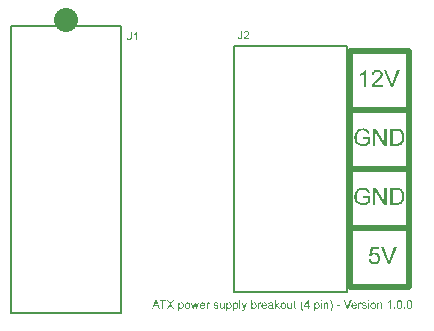
<source format=gto>
%FSLAX33Y33*%
%MOMM*%
%ADD10C,0.15*%
%ADD11C,0.5*%
%ADD12C,2.032*%
D10*
%LNtop silkscreen_traces*%
%LNtop silkscreen component a11a46aa72a432f6*%
G01*
X28800Y22925D02*
X28800Y2075D01*
X19200Y2075*
X19200Y22925*
X28800Y22925*
D11*
X34000Y7500D02*
X34000Y2500D01*
X29000Y2500*
X29000Y7500*
X34000Y7500*
X34000Y12500D02*
X34000Y7500D01*
X29000Y7500*
X29000Y12500*
X34000Y12500*
X34000Y22500D02*
X34000Y17500D01*
X29000Y17500*
X29000Y22500*
X34000Y22500*
X34000Y17500D02*
X34000Y12500D01*
X29000Y12500*
X29000Y17500*
X34000Y17500*
G36*
X19529Y23703D02*
X19614Y23715D01*
X19617Y23677D01*
X19624Y23646D01*
X19633Y23621D01*
X19645Y23603D01*
X19660Y23589D01*
X19678Y23580D01*
X19698Y23574D01*
X19721Y23572D01*
X19738Y23573D01*
X19754Y23576D01*
X19769Y23581D01*
X19782Y23589D01*
X19794Y23598D01*
X19804Y23608D01*
X19812Y23620D01*
X19818Y23633D01*
X19822Y23649D01*
X19825Y23669D01*
X19827Y23694D01*
X19828Y23723D01*
X19828Y24216D01*
X19922Y24216D01*
X19922Y23728D01*
X19921Y23686D01*
X19917Y23648D01*
X19910Y23616D01*
X19901Y23589D01*
X19888Y23566D01*
X19873Y23545D01*
X19854Y23528D01*
X19832Y23514D01*
X19807Y23502D01*
X19781Y23494D01*
X19752Y23489D01*
X19721Y23488D01*
X19677Y23491D01*
X19638Y23501D01*
X19605Y23518D01*
X19577Y23542D01*
X19555Y23572D01*
X19540Y23609D01*
X19531Y23653D01*
X19529Y23703D01*
X19529Y23703D01*
X20503Y23584D02*
X20503Y23500D01*
X20030Y23500D01*
X20031Y23516D01*
X20032Y23531D01*
X20036Y23546D01*
X20041Y23561D01*
X20051Y23585D01*
X20064Y23609D01*
X20080Y23633D01*
X20098Y23656D01*
X20121Y23681D01*
X20147Y23707D01*
X20178Y23735D01*
X20213Y23765D01*
X20267Y23810D01*
X20311Y23850D01*
X20346Y23886D01*
X20371Y23916D01*
X20389Y23944D01*
X20402Y23971D01*
X20410Y23997D01*
X20412Y24022D01*
X20410Y24047D01*
X20403Y24070D01*
X20391Y24091D01*
X20375Y24110D01*
X20355Y24126D01*
X20332Y24137D01*
X20306Y24144D01*
X20277Y24146D01*
X20247Y24144D01*
X20220Y24136D01*
X20196Y24125D01*
X20176Y24108D01*
X20159Y24087D01*
X20147Y24062D01*
X20140Y24034D01*
X20137Y24002D01*
X20047Y24012D01*
X20055Y24059D01*
X20069Y24101D01*
X20090Y24136D01*
X20117Y24166D01*
X20150Y24189D01*
X20188Y24206D01*
X20231Y24215D01*
X20279Y24219D01*
X20328Y24215D01*
X20372Y24204D01*
X20410Y24187D01*
X20442Y24162D01*
X20469Y24131D01*
X20487Y24098D01*
X20499Y24061D01*
X20502Y24020D01*
X20501Y23999D01*
X20498Y23977D01*
X20493Y23956D01*
X20485Y23936D01*
X20475Y23915D01*
X20462Y23893D01*
X20445Y23871D01*
X20427Y23848D01*
X20403Y23823D01*
X20372Y23794D01*
X20335Y23760D01*
X20291Y23722D01*
X20255Y23692D01*
X20226Y23666D01*
X20204Y23647D01*
X20189Y23632D01*
X20179Y23620D01*
X20169Y23608D01*
X20160Y23596D01*
X20152Y23584D01*
X20503Y23584D01*
X20503Y23584D01*
X30637Y4875D02*
X30821Y4891D01*
X30835Y4827D01*
X30855Y4773D01*
X30882Y4726D01*
X30916Y4688D01*
X30956Y4658D01*
X30999Y4637D01*
X31046Y4624D01*
X31097Y4620D01*
X31158Y4626D01*
X31214Y4644D01*
X31265Y4674D01*
X31311Y4716D01*
X31350Y4768D01*
X31377Y4827D01*
X31394Y4895D01*
X31399Y4970D01*
X31394Y5041D01*
X31378Y5104D01*
X31352Y5160D01*
X31315Y5207D01*
X31269Y5245D01*
X31217Y5272D01*
X31159Y5289D01*
X31094Y5294D01*
X31052Y5292D01*
X31013Y5284D01*
X30976Y5272D01*
X30940Y5255D01*
X30908Y5235D01*
X30879Y5211D01*
X30854Y5185D01*
X30833Y5155D01*
X30668Y5177D01*
X30807Y5912D01*
X31519Y5912D01*
X31519Y5744D01*
X30947Y5744D01*
X30870Y5359D01*
X30935Y5399D01*
X31002Y5427D01*
X31071Y5444D01*
X31141Y5449D01*
X31231Y5441D01*
X31313Y5417D01*
X31389Y5376D01*
X31457Y5319D01*
X31513Y5250D01*
X31554Y5171D01*
X31578Y5083D01*
X31586Y4985D01*
X31579Y4891D01*
X31558Y4804D01*
X31522Y4724D01*
X31473Y4649D01*
X31397Y4573D01*
X31310Y4519D01*
X31209Y4486D01*
X31097Y4476D01*
X31003Y4482D01*
X30919Y4503D01*
X30844Y4537D01*
X30778Y4585D01*
X30723Y4644D01*
X30681Y4712D01*
X30652Y4789D01*
X30637Y4875D01*
X30637Y4875D01*
X32229Y4500D02*
X31675Y5932D01*
X31880Y5932D01*
X32252Y4892D01*
X32273Y4830D01*
X32293Y4771D01*
X32311Y4713D01*
X32327Y4657D01*
X32344Y4716D01*
X32363Y4774D01*
X32383Y4833D01*
X32404Y4892D01*
X32791Y5932D01*
X32984Y5932D01*
X32424Y4500D01*
X32229Y4500D01*
X32229Y4500D01*
X30130Y10062D02*
X30130Y10229D01*
X30736Y10230D01*
X30736Y9699D01*
X30666Y9647D01*
X30594Y9602D01*
X30522Y9563D01*
X30448Y9532D01*
X30373Y9507D01*
X30298Y9490D01*
X30221Y9479D01*
X30143Y9476D01*
X30040Y9481D01*
X29942Y9498D01*
X29849Y9526D01*
X29760Y9566D01*
X29679Y9616D01*
X29609Y9676D01*
X29549Y9747D01*
X29500Y9827D01*
X29461Y9915D01*
X29434Y10008D01*
X29418Y10106D01*
X29412Y10209D01*
X29417Y10312D01*
X29434Y10411D01*
X29461Y10507D01*
X29499Y10599D01*
X29548Y10684D01*
X29606Y10757D01*
X29674Y10818D01*
X29751Y10868D01*
X29836Y10907D01*
X29927Y10934D01*
X30025Y10951D01*
X30129Y10956D01*
X30205Y10953D01*
X30277Y10943D01*
X30345Y10928D01*
X30410Y10906D01*
X30469Y10878D01*
X30522Y10846D01*
X30567Y10808D01*
X30606Y10766D01*
X30640Y10717D01*
X30669Y10662D01*
X30694Y10600D01*
X30715Y10531D01*
X30544Y10484D01*
X30527Y10536D01*
X30508Y10582D01*
X30487Y10622D01*
X30464Y10656D01*
X30437Y10686D01*
X30406Y10713D01*
X30369Y10736D01*
X30327Y10756D01*
X30281Y10773D01*
X30233Y10785D01*
X30183Y10792D01*
X30130Y10794D01*
X30067Y10791D01*
X30009Y10784D01*
X29955Y10772D01*
X29905Y10754D01*
X29860Y10733D01*
X29820Y10709D01*
X29784Y10681D01*
X29752Y10650D01*
X29725Y10617D01*
X29701Y10583D01*
X29680Y10547D01*
X29662Y10509D01*
X29638Y10441D01*
X29621Y10370D01*
X29611Y10297D01*
X29607Y10221D01*
X29611Y10129D01*
X29624Y10045D01*
X29644Y9969D01*
X29673Y9900D01*
X29710Y9840D01*
X29754Y9788D01*
X29806Y9744D01*
X29865Y9709D01*
X29929Y9682D01*
X29995Y9662D01*
X30063Y9650D01*
X30133Y9646D01*
X30194Y9649D01*
X30254Y9658D01*
X30314Y9673D01*
X30373Y9694D01*
X30428Y9718D01*
X30476Y9743D01*
X30517Y9768D01*
X30551Y9795D01*
X30551Y10062D01*
X30130Y10062D01*
X30130Y10062D01*
X31014Y9500D02*
X31014Y10932D01*
X31208Y10932D01*
X31960Y9808D01*
X31960Y10932D01*
X32142Y10932D01*
X32142Y9500D01*
X31947Y9500D01*
X31195Y10625D01*
X31195Y9500D01*
X31014Y9500D01*
X31014Y9500D01*
X32460Y9500D02*
X32460Y10932D01*
X32950Y10932D01*
X32950Y10763D01*
X32649Y10763D01*
X32649Y9669D01*
X32649Y9669D01*
X32955Y9669D01*
X33022Y9671D01*
X33081Y9676D01*
X33133Y9684D01*
X33177Y9695D01*
X33215Y9710D01*
X33250Y9727D01*
X33280Y9747D01*
X33306Y9770D01*
X33337Y9806D01*
X33366Y9849D01*
X33390Y9897D01*
X33411Y9951D01*
X33427Y10011D01*
X33439Y10077D01*
X33446Y10149D01*
X33448Y10227D01*
X33444Y10332D01*
X33430Y10425D01*
X33407Y10505D01*
X33374Y10572D01*
X33336Y10627D01*
X33293Y10672D01*
X33246Y10708D01*
X33195Y10733D01*
X33151Y10746D01*
X33096Y10755D01*
X33029Y10761D01*
X32950Y10763D01*
X32950Y10932D01*
X32953Y10932D01*
X33032Y10930D01*
X33100Y10927D01*
X33159Y10920D01*
X33208Y10911D01*
X33267Y10894D01*
X33322Y10871D01*
X33372Y10843D01*
X33418Y10809D01*
X33471Y10757D01*
X33517Y10700D01*
X33556Y10635D01*
X33587Y10564D01*
X33612Y10487D01*
X33630Y10404D01*
X33640Y10317D01*
X33644Y10224D01*
X33641Y10144D01*
X33634Y10070D01*
X33622Y10000D01*
X33605Y9935D01*
X33585Y9874D01*
X33562Y9819D01*
X33536Y9770D01*
X33508Y9726D01*
X33477Y9687D01*
X33445Y9652D01*
X33412Y9622D01*
X33377Y9596D01*
X33340Y9574D01*
X33299Y9555D01*
X33255Y9538D01*
X33207Y9524D01*
X33155Y9514D01*
X33099Y9506D01*
X33040Y9502D01*
X32977Y9500D01*
X32460Y9500D01*
X32460Y9500D01*
X30130Y15062D02*
X30130Y15229D01*
X30736Y15230D01*
X30736Y14699D01*
X30666Y14647D01*
X30594Y14602D01*
X30522Y14563D01*
X30448Y14532D01*
X30373Y14507D01*
X30298Y14490D01*
X30221Y14479D01*
X30143Y14476D01*
X30040Y14481D01*
X29942Y14498D01*
X29849Y14526D01*
X29760Y14566D01*
X29679Y14616D01*
X29609Y14676D01*
X29549Y14747D01*
X29500Y14827D01*
X29461Y14915D01*
X29434Y15008D01*
X29418Y15106D01*
X29412Y15209D01*
X29417Y15312D01*
X29434Y15411D01*
X29461Y15507D01*
X29499Y15599D01*
X29548Y15684D01*
X29606Y15757D01*
X29674Y15818D01*
X29751Y15868D01*
X29836Y15907D01*
X29927Y15934D01*
X30025Y15951D01*
X30129Y15956D01*
X30205Y15953D01*
X30277Y15943D01*
X30345Y15928D01*
X30410Y15906D01*
X30469Y15878D01*
X30522Y15846D01*
X30567Y15808D01*
X30606Y15766D01*
X30640Y15717D01*
X30669Y15662D01*
X30694Y15600D01*
X30715Y15531D01*
X30544Y15484D01*
X30527Y15536D01*
X30508Y15582D01*
X30487Y15622D01*
X30464Y15656D01*
X30437Y15686D01*
X30406Y15713D01*
X30369Y15736D01*
X30327Y15756D01*
X30281Y15773D01*
X30233Y15785D01*
X30183Y15792D01*
X30130Y15794D01*
X30067Y15791D01*
X30009Y15784D01*
X29955Y15772D01*
X29905Y15754D01*
X29860Y15733D01*
X29820Y15709D01*
X29784Y15681D01*
X29752Y15650D01*
X29725Y15617D01*
X29701Y15583D01*
X29680Y15547D01*
X29662Y15509D01*
X29638Y15441D01*
X29621Y15370D01*
X29611Y15297D01*
X29607Y15221D01*
X29611Y15129D01*
X29624Y15045D01*
X29644Y14969D01*
X29673Y14900D01*
X29710Y14840D01*
X29754Y14788D01*
X29806Y14744D01*
X29865Y14709D01*
X29929Y14682D01*
X29995Y14662D01*
X30063Y14650D01*
X30133Y14646D01*
X30194Y14649D01*
X30254Y14658D01*
X30314Y14673D01*
X30373Y14694D01*
X30428Y14718D01*
X30476Y14743D01*
X30517Y14768D01*
X30551Y14795D01*
X30551Y15062D01*
X30130Y15062D01*
X30130Y15062D01*
X31014Y14500D02*
X31014Y15932D01*
X31208Y15932D01*
X31960Y14808D01*
X31960Y15932D01*
X32142Y15932D01*
X32142Y14500D01*
X31947Y14500D01*
X31195Y15625D01*
X31195Y14500D01*
X31014Y14500D01*
X31014Y14500D01*
X32460Y14500D02*
X32460Y15932D01*
X32950Y15932D01*
X32950Y15763D01*
X32649Y15763D01*
X32649Y14669D01*
X32649Y14669D01*
X32955Y14669D01*
X33022Y14671D01*
X33081Y14676D01*
X33133Y14684D01*
X33177Y14695D01*
X33215Y14710D01*
X33250Y14727D01*
X33280Y14747D01*
X33306Y14770D01*
X33337Y14806D01*
X33366Y14849D01*
X33390Y14897D01*
X33411Y14951D01*
X33427Y15011D01*
X33439Y15077D01*
X33446Y15149D01*
X33448Y15227D01*
X33444Y15332D01*
X33430Y15425D01*
X33407Y15505D01*
X33374Y15572D01*
X33336Y15627D01*
X33293Y15672D01*
X33246Y15708D01*
X33195Y15733D01*
X33151Y15746D01*
X33096Y15755D01*
X33029Y15761D01*
X32950Y15763D01*
X32950Y15932D01*
X32953Y15932D01*
X33032Y15930D01*
X33100Y15927D01*
X33159Y15920D01*
X33208Y15911D01*
X33267Y15894D01*
X33322Y15871D01*
X33372Y15843D01*
X33418Y15809D01*
X33471Y15757D01*
X33517Y15700D01*
X33556Y15635D01*
X33587Y15564D01*
X33612Y15487D01*
X33630Y15404D01*
X33640Y15317D01*
X33644Y15224D01*
X33641Y15144D01*
X33634Y15070D01*
X33622Y15000D01*
X33605Y14935D01*
X33585Y14874D01*
X33562Y14819D01*
X33536Y14770D01*
X33508Y14726D01*
X33477Y14687D01*
X33445Y14652D01*
X33412Y14622D01*
X33377Y14596D01*
X33340Y14574D01*
X33299Y14555D01*
X33255Y14538D01*
X33207Y14524D01*
X33155Y14514D01*
X33099Y14506D01*
X33040Y14502D01*
X32977Y14500D01*
X32460Y14500D01*
X32460Y14500D01*
X30436Y19500D02*
X30261Y19500D01*
X30261Y20620D01*
X30226Y20590D01*
X30187Y20560D01*
X30143Y20529D01*
X30094Y20499D01*
X30044Y20471D01*
X29996Y20446D01*
X29951Y20425D01*
X29909Y20408D01*
X29909Y20578D01*
X29981Y20615D01*
X30047Y20655D01*
X30109Y20699D01*
X30167Y20746D01*
X30218Y20795D01*
X30261Y20843D01*
X30296Y20891D01*
X30323Y20938D01*
X30436Y20938D01*
X30436Y19500D01*
X30436Y19500D01*
X31811Y19669D02*
X31811Y19500D01*
X30864Y19500D01*
X30865Y19531D01*
X30868Y19562D01*
X30875Y19592D01*
X30885Y19622D01*
X30906Y19670D01*
X30932Y19718D01*
X30963Y19765D01*
X31000Y19813D01*
X31045Y19861D01*
X31098Y19914D01*
X31160Y19970D01*
X31230Y20029D01*
X31338Y20120D01*
X31426Y20201D01*
X31495Y20272D01*
X31546Y20333D01*
X31582Y20388D01*
X31607Y20441D01*
X31623Y20493D01*
X31628Y20544D01*
X31623Y20594D01*
X31609Y20640D01*
X31586Y20682D01*
X31553Y20720D01*
X31513Y20752D01*
X31467Y20774D01*
X31416Y20788D01*
X31358Y20792D01*
X31298Y20787D01*
X31244Y20773D01*
X31196Y20749D01*
X31155Y20716D01*
X31122Y20674D01*
X31098Y20625D01*
X31083Y20569D01*
X31078Y20505D01*
X30897Y20523D01*
X30913Y20619D01*
X30942Y20702D01*
X30983Y20773D01*
X31037Y20832D01*
X31103Y20878D01*
X31179Y20911D01*
X31265Y20931D01*
X31362Y20938D01*
X31460Y20930D01*
X31547Y20909D01*
X31623Y20873D01*
X31688Y20823D01*
X31741Y20763D01*
X31779Y20695D01*
X31801Y20621D01*
X31809Y20540D01*
X31806Y20497D01*
X31800Y20455D01*
X31789Y20413D01*
X31773Y20371D01*
X31753Y20329D01*
X31727Y20286D01*
X31695Y20242D01*
X31657Y20196D01*
X31609Y20146D01*
X31548Y20087D01*
X31474Y20020D01*
X31386Y19944D01*
X31314Y19883D01*
X31256Y19833D01*
X31212Y19793D01*
X31183Y19764D01*
X31161Y19740D01*
X31142Y19717D01*
X31124Y19693D01*
X31108Y19669D01*
X31811Y19669D01*
X31811Y19669D01*
X32479Y19500D02*
X31925Y20932D01*
X32130Y20932D01*
X32502Y19892D01*
X32523Y19830D01*
X32543Y19771D01*
X32561Y19713D01*
X32577Y19657D01*
X32594Y19716D01*
X32613Y19774D01*
X32633Y19833D01*
X32654Y19892D01*
X33041Y20932D01*
X33234Y20932D01*
X32674Y19500D01*
X32479Y19500D01*
X32479Y19500D01*
G37*
%LNtop silkscreen component f0fb2731934dc838*%
D10*
X0360Y24630D02*
X9640Y24630D01*
X0360Y24630D02*
X0360Y0370D01*
X9640Y0370*
X9640Y24630*
D12*
X5000Y25146D03*
G36*
X10161Y23633D02*
X10246Y23645D01*
X10249Y23607D01*
X10256Y23576D01*
X10265Y23551D01*
X10277Y23533D01*
X10292Y23519D01*
X10310Y23510D01*
X10330Y23504D01*
X10353Y23502D01*
X10370Y23503D01*
X10386Y23506D01*
X10401Y23511D01*
X10414Y23519D01*
X10426Y23528D01*
X10436Y23538D01*
X10444Y23550D01*
X10450Y23563D01*
X10454Y23579D01*
X10457Y23599D01*
X10459Y23624D01*
X10460Y23653D01*
X10460Y24146D01*
X10554Y24146D01*
X10554Y23658D01*
X10553Y23616D01*
X10549Y23578D01*
X10542Y23546D01*
X10533Y23519D01*
X10520Y23496D01*
X10504Y23475D01*
X10486Y23458D01*
X10464Y23444D01*
X10439Y23432D01*
X10412Y23424D01*
X10384Y23419D01*
X10353Y23418D01*
X10309Y23421D01*
X10270Y23431D01*
X10237Y23448D01*
X10209Y23472D01*
X10187Y23502D01*
X10172Y23539D01*
X10163Y23583D01*
X10161Y23633D01*
X10161Y23633D01*
X11004Y23430D02*
X10917Y23430D01*
X10917Y23990D01*
X10899Y23975D01*
X10880Y23960D01*
X10858Y23945D01*
X10833Y23930D01*
X10808Y23915D01*
X10784Y23903D01*
X10762Y23893D01*
X10741Y23884D01*
X10741Y23969D01*
X10777Y23987D01*
X10810Y24007D01*
X10841Y24029D01*
X10870Y24053D01*
X10895Y24078D01*
X10917Y24102D01*
X10934Y24125D01*
X10948Y24149D01*
X11004Y24149D01*
X11004Y23430D01*
X11004Y23430D01*
G37*
%LNtext*%
G36*
X12299Y0700D02*
X12555Y1367D01*
X12622Y1341D01*
X12615Y1306D01*
X12606Y1272D01*
X12595Y1238D01*
X12584Y1204D01*
X12505Y0994D01*
X12505Y0994D01*
X12748Y0994D01*
X12673Y1192D01*
X12657Y1235D01*
X12643Y1274D01*
X12632Y1310D01*
X12622Y1341D01*
X12555Y1367D01*
X12573Y1416D01*
X12675Y1416D01*
X12968Y0700D01*
X12861Y0700D01*
X12777Y0917D01*
X12478Y0917D01*
X12399Y0700D01*
X12299Y0700D01*
X12299Y0700D01*
X13152Y0700D02*
X13152Y1331D01*
X12916Y1331D01*
X12916Y1416D01*
X13484Y1416D01*
X13484Y1331D01*
X13247Y1331D01*
X13247Y0700D01*
X13152Y0700D01*
X13152Y0700D01*
X13508Y0700D02*
X13785Y1073D01*
X13541Y1416D01*
X13653Y1416D01*
X13783Y1232D01*
X13802Y1205D01*
X13818Y1182D01*
X13831Y1161D01*
X13841Y1144D01*
X13853Y1164D01*
X13867Y1184D01*
X13882Y1205D01*
X13898Y1226D01*
X14042Y1416D01*
X14145Y1416D01*
X13893Y1078D01*
X14164Y0700D01*
X14047Y0700D01*
X13867Y0955D01*
X13859Y0967D01*
X13851Y0978D01*
X13844Y0991D01*
X13836Y1003D01*
X13825Y0985D01*
X13815Y0970D01*
X13807Y0958D01*
X13801Y0950D01*
X13622Y0700D01*
X13508Y0700D01*
X13508Y0700D01*
X14514Y0501D02*
X14514Y1219D01*
X14594Y1219D01*
X14594Y1151D01*
X14637Y1109D01*
X14637Y1109D01*
X14618Y1080D01*
X14605Y1045D01*
X14597Y1003D01*
X14594Y0956D01*
X14594Y0956D01*
X14596Y0910D01*
X14604Y0869D01*
X14617Y0836D01*
X14634Y0808D01*
X14656Y0787D01*
X14679Y0773D01*
X14705Y0764D01*
X14733Y0761D01*
X14761Y0764D01*
X14787Y0773D01*
X14811Y0788D01*
X14833Y0810D01*
X14851Y0838D01*
X14864Y0873D01*
X14872Y0915D01*
X14875Y0964D01*
X14872Y1010D01*
X14864Y1050D01*
X14852Y1084D01*
X14834Y1112D01*
X14813Y1134D01*
X14789Y1149D01*
X14764Y1158D01*
X14737Y1161D01*
X14709Y1158D01*
X14684Y1148D01*
X14660Y1132D01*
X14637Y1109D01*
X14594Y1151D01*
X14609Y1170D01*
X14625Y1186D01*
X14641Y1199D01*
X14658Y1210D01*
X14677Y1219D01*
X14698Y1225D01*
X14720Y1229D01*
X14745Y1230D01*
X14777Y1228D01*
X14807Y1222D01*
X14836Y1211D01*
X14862Y1196D01*
X14886Y1177D01*
X14907Y1155D01*
X14924Y1129D01*
X14939Y1100D01*
X14950Y1068D01*
X14958Y1034D01*
X14963Y1000D01*
X14965Y0963D01*
X14963Y0924D01*
X14957Y0888D01*
X14948Y0853D01*
X14936Y0820D01*
X14920Y0790D01*
X14901Y0764D01*
X14879Y0741D01*
X14853Y0722D01*
X14825Y0707D01*
X14797Y0697D01*
X14768Y0690D01*
X14738Y0688D01*
X14717Y0689D01*
X14697Y0693D01*
X14678Y0699D01*
X14660Y0707D01*
X14643Y0717D01*
X14628Y0728D01*
X14614Y0740D01*
X14602Y0754D01*
X14602Y0501D01*
X14514Y0501D01*
X14514Y0501D01*
X15038Y0959D02*
X15043Y1027D01*
X15058Y1085D01*
X15083Y1133D01*
X15118Y1173D01*
X15153Y1198D01*
X15192Y1216D01*
X15235Y1227D01*
X15281Y1230D01*
X15332Y1226D01*
X15378Y1213D01*
X15419Y1191D01*
X15456Y1160D01*
X15485Y1122D01*
X15507Y1077D01*
X15519Y1025D01*
X15524Y0967D01*
X15522Y0919D01*
X15516Y0877D01*
X15507Y0840D01*
X15494Y0809D01*
X15477Y0782D01*
X15457Y0758D01*
X15433Y0737D01*
X15406Y0720D01*
X15377Y0706D01*
X15346Y0696D01*
X15314Y0690D01*
X15281Y0688D01*
X15275Y0689D01*
X15281Y0761D01*
X15312Y0764D01*
X15341Y0773D01*
X15367Y0789D01*
X15390Y0810D01*
X15409Y0839D01*
X15422Y0873D01*
X15431Y0914D01*
X15433Y0962D01*
X15431Y1007D01*
X15422Y1047D01*
X15409Y1080D01*
X15390Y1108D01*
X15366Y1130D01*
X15341Y1145D01*
X15312Y1154D01*
X15281Y1158D01*
X15249Y1154D01*
X15221Y1145D01*
X15195Y1130D01*
X15172Y1108D01*
X15153Y1080D01*
X15139Y1046D01*
X15131Y1006D01*
X15128Y0959D01*
X15128Y0959D01*
X15131Y0913D01*
X15139Y0872D01*
X15153Y0838D01*
X15172Y0810D01*
X15195Y0788D01*
X15221Y0773D01*
X15249Y0764D01*
X15281Y0761D01*
X15275Y0689D01*
X15229Y0693D01*
X15182Y0706D01*
X15141Y0728D01*
X15105Y0758D01*
X15076Y0797D01*
X15055Y0843D01*
X15042Y0897D01*
X15038Y0959D01*
X15038Y0959D01*
X15722Y0700D02*
X15564Y1219D01*
X15654Y1219D01*
X15737Y0919D01*
X15768Y0808D01*
X15770Y0818D01*
X15775Y0839D01*
X15784Y0871D01*
X15795Y0915D01*
X15877Y1219D01*
X15967Y1219D01*
X16045Y0918D01*
X16071Y0819D01*
X16101Y0919D01*
X16190Y1219D01*
X16275Y1219D01*
X16113Y0700D01*
X16022Y0700D01*
X15939Y1011D01*
X15919Y1099D01*
X15814Y0700D01*
X15722Y0700D01*
X15722Y0700D01*
X16704Y0867D02*
X16795Y0856D01*
X16782Y0818D01*
X16764Y0785D01*
X16742Y0756D01*
X16715Y0732D01*
X16684Y0713D01*
X16649Y0699D01*
X16610Y0691D01*
X16567Y0688D01*
X16513Y0693D01*
X16465Y0706D01*
X16422Y0728D01*
X16386Y0758D01*
X16357Y0797D01*
X16336Y0843D01*
X16324Y0895D01*
X16320Y0955D01*
X16324Y1017D01*
X16336Y1071D01*
X16357Y1118D01*
X16387Y1158D01*
X16423Y1190D01*
X16464Y1212D01*
X16511Y1226D01*
X16562Y1230D01*
X16569Y1230D01*
X16563Y1158D01*
X16534Y1155D01*
X16507Y1148D01*
X16483Y1135D01*
X16461Y1117D01*
X16443Y1096D01*
X16429Y1070D01*
X16420Y1041D01*
X16415Y1009D01*
X16415Y1009D01*
X16705Y1009D01*
X16701Y1040D01*
X16694Y1066D01*
X16684Y1089D01*
X16672Y1107D01*
X16649Y1129D01*
X16623Y1145D01*
X16595Y1155D01*
X16563Y1158D01*
X16569Y1230D01*
X16611Y1226D01*
X16656Y1213D01*
X16696Y1190D01*
X16732Y1159D01*
X16760Y1120D01*
X16781Y1074D01*
X16793Y1021D01*
X16798Y0960D01*
X16798Y0956D01*
X16797Y0950D01*
X16797Y0944D01*
X16797Y0937D01*
X16410Y0937D01*
X16415Y0897D01*
X16425Y0861D01*
X16439Y0831D01*
X16459Y0806D01*
X16482Y0786D01*
X16508Y0772D01*
X16536Y0763D01*
X16567Y0761D01*
X16590Y0762D01*
X16612Y0767D01*
X16632Y0775D01*
X16650Y0786D01*
X16666Y0801D01*
X16680Y0819D01*
X16693Y0841D01*
X16704Y0867D01*
X16704Y0867D01*
X16904Y0700D02*
X16904Y1219D01*
X16983Y1219D01*
X16983Y1140D01*
X16998Y1165D01*
X17012Y1186D01*
X17026Y1202D01*
X17039Y1213D01*
X17052Y1220D01*
X17066Y1226D01*
X17080Y1229D01*
X17095Y1230D01*
X17118Y1229D01*
X17140Y1223D01*
X17163Y1214D01*
X17186Y1202D01*
X17155Y1120D01*
X17139Y1129D01*
X17123Y1135D01*
X17107Y1138D01*
X17091Y1139D01*
X17077Y1138D01*
X17064Y1135D01*
X17051Y1130D01*
X17039Y1122D01*
X17029Y1113D01*
X17020Y1101D01*
X17012Y1089D01*
X17007Y1074D01*
X17000Y1050D01*
X16996Y1025D01*
X16993Y0999D01*
X16992Y0971D01*
X16992Y0700D01*
X16904Y0700D01*
X16904Y0700D01*
X17481Y0855D02*
X17568Y0868D01*
X17573Y0844D01*
X17581Y0822D01*
X17593Y0804D01*
X17608Y0788D01*
X17627Y0776D01*
X17648Y0768D01*
X17673Y0762D01*
X17702Y0761D01*
X17730Y0762D01*
X17755Y0767D01*
X17775Y0774D01*
X17792Y0785D01*
X17805Y0798D01*
X17814Y0812D01*
X17819Y0827D01*
X17821Y0843D01*
X17819Y0857D01*
X17815Y0870D01*
X17806Y0881D01*
X17795Y0890D01*
X17783Y0896D01*
X17764Y0903D01*
X17738Y0911D01*
X17705Y0920D01*
X17661Y0932D01*
X17623Y0942D01*
X17594Y0953D01*
X17571Y0962D01*
X17554Y0972D01*
X17538Y0983D01*
X17525Y0996D01*
X17515Y1011D01*
X17506Y1027D01*
X17500Y1044D01*
X17497Y1062D01*
X17495Y1081D01*
X17496Y1098D01*
X17499Y1114D01*
X17504Y1130D01*
X17511Y1145D01*
X17520Y1159D01*
X17530Y1172D01*
X17541Y1184D01*
X17554Y1194D01*
X17566Y1201D01*
X17579Y1208D01*
X17594Y1214D01*
X17610Y1220D01*
X17628Y1224D01*
X17647Y1228D01*
X17666Y1230D01*
X17686Y1230D01*
X17716Y1229D01*
X17744Y1226D01*
X17769Y1220D01*
X17793Y1213D01*
X17815Y1203D01*
X17833Y1192D01*
X17849Y1179D01*
X17862Y1165D01*
X17872Y1149D01*
X17880Y1130D01*
X17887Y1109D01*
X17892Y1085D01*
X17806Y1073D01*
X17802Y1092D01*
X17794Y1109D01*
X17785Y1123D01*
X17772Y1136D01*
X17756Y1145D01*
X17738Y1152D01*
X17717Y1157D01*
X17693Y1158D01*
X17664Y1157D01*
X17641Y1153D01*
X17621Y1147D01*
X17606Y1138D01*
X17595Y1128D01*
X17587Y1116D01*
X17582Y1104D01*
X17580Y1091D01*
X17581Y1083D01*
X17583Y1075D01*
X17586Y1067D01*
X17591Y1060D01*
X17597Y1054D01*
X17605Y1047D01*
X17614Y1042D01*
X17625Y1037D01*
X17634Y1034D01*
X17651Y1029D01*
X17673Y1022D01*
X17702Y1014D01*
X17745Y1003D01*
X17781Y0992D01*
X17810Y0982D01*
X17832Y0974D01*
X17850Y0965D01*
X17865Y0954D01*
X17879Y0942D01*
X17890Y0928D01*
X17900Y0911D01*
X17906Y0894D01*
X17910Y0874D01*
X17911Y0852D01*
X17910Y0831D01*
X17905Y0810D01*
X17897Y0789D01*
X17886Y0770D01*
X17871Y0751D01*
X17854Y0735D01*
X17834Y0721D01*
X17812Y0710D01*
X17787Y0700D01*
X17760Y0694D01*
X17732Y0690D01*
X17702Y0688D01*
X17655Y0691D01*
X17613Y0699D01*
X17578Y0712D01*
X17548Y0730D01*
X17524Y0754D01*
X17505Y0782D01*
X17490Y0816D01*
X17481Y0855D01*
X17481Y0855D01*
X18356Y0700D02*
X18356Y0776D01*
X18323Y0738D01*
X18284Y0710D01*
X18240Y0694D01*
X18191Y0688D01*
X18169Y0689D01*
X18147Y0693D01*
X18126Y0698D01*
X18105Y0706D01*
X18087Y0715D01*
X18071Y0726D01*
X18057Y0737D01*
X18046Y0750D01*
X18037Y0764D01*
X18030Y0780D01*
X18024Y0797D01*
X18019Y0815D01*
X18017Y0830D01*
X18015Y0849D01*
X18014Y0871D01*
X18014Y0897D01*
X18014Y1219D01*
X18102Y1219D01*
X18102Y0931D01*
X18102Y0899D01*
X18103Y0873D01*
X18105Y0853D01*
X18107Y0838D01*
X18112Y0822D01*
X18120Y0807D01*
X18130Y0795D01*
X18142Y0784D01*
X18157Y0775D01*
X18172Y0769D01*
X18190Y0765D01*
X18209Y0764D01*
X18228Y0765D01*
X18247Y0769D01*
X18265Y0775D01*
X18283Y0784D01*
X18299Y0795D01*
X18313Y0808D01*
X18324Y0823D01*
X18332Y0839D01*
X18338Y0859D01*
X18343Y0882D01*
X18346Y0909D01*
X18346Y0941D01*
X18346Y1219D01*
X18434Y1219D01*
X18434Y0700D01*
X18356Y0700D01*
X18356Y0700D01*
X18572Y0501D02*
X18572Y1219D01*
X18652Y1219D01*
X18652Y1151D01*
X18695Y1109D01*
X18695Y1109D01*
X18676Y1080D01*
X18662Y1045D01*
X18654Y1003D01*
X18652Y0956D01*
X18652Y0956D01*
X18654Y0910D01*
X18662Y0869D01*
X18674Y0836D01*
X18692Y0808D01*
X18713Y0787D01*
X18737Y0773D01*
X18763Y0764D01*
X18790Y0761D01*
X18819Y0764D01*
X18845Y0773D01*
X18869Y0788D01*
X18891Y0810D01*
X18909Y0838D01*
X18922Y0873D01*
X18930Y0915D01*
X18932Y0964D01*
X18930Y1010D01*
X18922Y1050D01*
X18909Y1084D01*
X18892Y1112D01*
X18870Y1134D01*
X18847Y1149D01*
X18821Y1158D01*
X18794Y1161D01*
X18767Y1158D01*
X18741Y1148D01*
X18717Y1132D01*
X18695Y1109D01*
X18652Y1151D01*
X18667Y1170D01*
X18682Y1186D01*
X18699Y1199D01*
X18716Y1210D01*
X18735Y1219D01*
X18755Y1225D01*
X18778Y1229D01*
X18802Y1230D01*
X18835Y1228D01*
X18865Y1222D01*
X18893Y1211D01*
X18920Y1196D01*
X18943Y1177D01*
X18964Y1155D01*
X18982Y1129D01*
X18996Y1100D01*
X19008Y1068D01*
X19016Y1034D01*
X19021Y1000D01*
X19022Y0963D01*
X19020Y0924D01*
X19015Y0888D01*
X19006Y0853D01*
X18994Y0820D01*
X18978Y0790D01*
X18959Y0764D01*
X18936Y0741D01*
X18911Y0722D01*
X18883Y0707D01*
X18855Y0697D01*
X18826Y0690D01*
X18796Y0688D01*
X18775Y0689D01*
X18754Y0693D01*
X18735Y0699D01*
X18717Y0707D01*
X18701Y0717D01*
X18685Y0728D01*
X18672Y0740D01*
X18660Y0754D01*
X18660Y0501D01*
X18572Y0501D01*
X18572Y0501D01*
X19128Y0501D02*
X19128Y1219D01*
X19208Y1219D01*
X19208Y1151D01*
X19251Y1109D01*
X19251Y1109D01*
X19232Y1080D01*
X19219Y1045D01*
X19210Y1003D01*
X19208Y0956D01*
X19208Y0956D01*
X19210Y0910D01*
X19218Y0869D01*
X19231Y0836D01*
X19248Y0808D01*
X19270Y0787D01*
X19293Y0773D01*
X19319Y0764D01*
X19346Y0761D01*
X19375Y0764D01*
X19401Y0773D01*
X19425Y0788D01*
X19447Y0810D01*
X19465Y0838D01*
X19478Y0873D01*
X19486Y0915D01*
X19489Y0964D01*
X19486Y1010D01*
X19478Y1050D01*
X19466Y1084D01*
X19448Y1112D01*
X19426Y1134D01*
X19403Y1149D01*
X19378Y1158D01*
X19350Y1161D01*
X19323Y1158D01*
X19297Y1148D01*
X19273Y1132D01*
X19251Y1109D01*
X19208Y1151D01*
X19223Y1170D01*
X19238Y1186D01*
X19255Y1199D01*
X19272Y1210D01*
X19291Y1219D01*
X19312Y1225D01*
X19334Y1229D01*
X19359Y1230D01*
X19391Y1228D01*
X19421Y1222D01*
X19449Y1211D01*
X19476Y1196D01*
X19500Y1177D01*
X19520Y1155D01*
X19538Y1129D01*
X19552Y1100D01*
X19564Y1068D01*
X19572Y1034D01*
X19577Y1000D01*
X19578Y0963D01*
X19577Y0924D01*
X19571Y0888D01*
X19562Y0853D01*
X19550Y0820D01*
X19534Y0790D01*
X19515Y0764D01*
X19492Y0741D01*
X19467Y0722D01*
X19439Y0707D01*
X19411Y0697D01*
X19382Y0690D01*
X19352Y0688D01*
X19331Y0689D01*
X19311Y0693D01*
X19291Y0699D01*
X19273Y0707D01*
X19257Y0717D01*
X19242Y0728D01*
X19228Y0740D01*
X19216Y0754D01*
X19216Y0501D01*
X19128Y0501D01*
X19128Y0501D01*
X19682Y0700D02*
X19682Y1416D01*
X19770Y1416D01*
X19770Y0700D01*
X19682Y0700D01*
X19682Y0700D01*
X19903Y0500D02*
X19893Y0583D01*
X19907Y0579D01*
X19920Y0577D01*
X19932Y0575D01*
X19943Y0575D01*
X19957Y0576D01*
X19969Y0577D01*
X19980Y0580D01*
X19990Y0585D01*
X19998Y0590D01*
X20006Y0596D01*
X20013Y0604D01*
X20019Y0612D01*
X20024Y0621D01*
X20030Y0635D01*
X20037Y0654D01*
X20046Y0678D01*
X20047Y0682D01*
X20049Y0687D01*
X20051Y0692D01*
X20053Y0699D01*
X19857Y1219D01*
X19951Y1219D01*
X20059Y0918D01*
X20070Y0889D01*
X20079Y0860D01*
X20088Y0829D01*
X20097Y0798D01*
X20105Y0828D01*
X20113Y0858D01*
X20123Y0887D01*
X20133Y0916D01*
X20244Y1219D01*
X20332Y1219D01*
X20134Y0691D01*
X20120Y0652D01*
X20106Y0619D01*
X20095Y0593D01*
X20085Y0574D01*
X20073Y0553D01*
X20060Y0536D01*
X20046Y0521D01*
X20031Y0510D01*
X20016Y0501D01*
X19998Y0495D01*
X19979Y0491D01*
X19959Y0490D01*
X19946Y0490D01*
X19932Y0492D01*
X19918Y0496D01*
X19903Y0500D01*
X19903Y0500D01*
X20765Y0700D02*
X20684Y0700D01*
X20684Y1416D01*
X20772Y1416D01*
X20772Y1160D01*
X20801Y1191D01*
X20835Y1213D01*
X20873Y1226D01*
X20914Y1230D01*
X20937Y1229D01*
X20960Y1225D01*
X20983Y1219D01*
X21004Y1211D01*
X21025Y1200D01*
X21043Y1188D01*
X21060Y1173D01*
X21075Y1157D01*
X21088Y1138D01*
X21099Y1118D01*
X21109Y1096D01*
X21118Y1073D01*
X21125Y1047D01*
X21130Y1022D01*
X21133Y0995D01*
X21134Y0967D01*
X21129Y0904D01*
X21117Y0849D01*
X21096Y0801D01*
X21068Y0761D01*
X21033Y0729D01*
X20995Y0706D01*
X20954Y0693D01*
X20909Y0688D01*
X20866Y0693D01*
X20828Y0707D01*
X20794Y0731D01*
X20768Y0761D01*
X20812Y0799D01*
X20839Y0778D01*
X20869Y0765D01*
X20902Y0761D01*
X20930Y0764D01*
X20956Y0773D01*
X20980Y0789D01*
X21002Y0811D01*
X21020Y0839D01*
X21033Y0873D01*
X21041Y0913D01*
X21044Y0960D01*
X21041Y1007D01*
X21034Y1048D01*
X21021Y1082D01*
X21003Y1110D01*
X20982Y1131D01*
X20959Y1146D01*
X20934Y1155D01*
X20906Y1158D01*
X20878Y1155D01*
X20852Y1145D01*
X20828Y1130D01*
X20806Y1108D01*
X20788Y1080D01*
X20775Y1047D01*
X20767Y1008D01*
X20764Y0963D01*
X20764Y0963D01*
X20766Y0920D01*
X20771Y0883D01*
X20779Y0852D01*
X20790Y0828D01*
X20812Y0799D01*
X20768Y0761D01*
X20765Y0765D01*
X20765Y0700D01*
X20765Y0700D01*
X21240Y0700D02*
X21240Y1219D01*
X21319Y1219D01*
X21319Y1140D01*
X21333Y1165D01*
X21348Y1186D01*
X21361Y1202D01*
X21375Y1213D01*
X21388Y1220D01*
X21401Y1226D01*
X21416Y1229D01*
X21431Y1230D01*
X21453Y1229D01*
X21476Y1223D01*
X21498Y1214D01*
X21521Y1202D01*
X21491Y1120D01*
X21475Y1129D01*
X21459Y1135D01*
X21443Y1138D01*
X21427Y1139D01*
X21412Y1138D01*
X21399Y1135D01*
X21387Y1130D01*
X21375Y1122D01*
X21364Y1113D01*
X21355Y1101D01*
X21348Y1089D01*
X21342Y1074D01*
X21336Y1050D01*
X21331Y1025D01*
X21328Y0999D01*
X21327Y0971D01*
X21327Y0700D01*
X21240Y0700D01*
X21240Y0700D01*
X21928Y0867D02*
X22019Y0856D01*
X22006Y0818D01*
X21989Y0785D01*
X21966Y0756D01*
X21940Y0732D01*
X21909Y0713D01*
X21874Y0699D01*
X21834Y0691D01*
X21791Y0688D01*
X21737Y0693D01*
X21689Y0706D01*
X21647Y0728D01*
X21611Y0758D01*
X21582Y0797D01*
X21561Y0843D01*
X21548Y0895D01*
X21544Y0955D01*
X21548Y1017D01*
X21561Y1071D01*
X21582Y1118D01*
X21612Y1158D01*
X21648Y1190D01*
X21689Y1212D01*
X21735Y1226D01*
X21786Y1230D01*
X21794Y1230D01*
X21787Y1158D01*
X21758Y1155D01*
X21732Y1148D01*
X21707Y1135D01*
X21686Y1117D01*
X21667Y1096D01*
X21653Y1070D01*
X21644Y1041D01*
X21640Y1009D01*
X21640Y1009D01*
X21929Y1009D01*
X21925Y1040D01*
X21918Y1066D01*
X21909Y1089D01*
X21896Y1107D01*
X21874Y1129D01*
X21848Y1145D01*
X21819Y1155D01*
X21787Y1158D01*
X21794Y1230D01*
X21836Y1226D01*
X21881Y1213D01*
X21921Y1190D01*
X21956Y1159D01*
X21985Y1120D01*
X22006Y1074D01*
X22018Y1021D01*
X22022Y0960D01*
X22022Y0956D01*
X22022Y0950D01*
X22022Y0944D01*
X22022Y0937D01*
X21635Y0937D01*
X21640Y0897D01*
X21650Y0861D01*
X21664Y0831D01*
X21683Y0806D01*
X21706Y0786D01*
X21732Y0772D01*
X21761Y0763D01*
X21792Y0761D01*
X21815Y0762D01*
X21837Y0767D01*
X21856Y0775D01*
X21874Y0786D01*
X21890Y0801D01*
X21905Y0819D01*
X21918Y0841D01*
X21928Y0867D01*
X21928Y0867D01*
X22468Y0764D02*
X22444Y0745D01*
X22440Y0742D01*
X22407Y0791D01*
X22423Y0806D01*
X22436Y0822D01*
X22447Y0840D01*
X22453Y0857D01*
X22457Y0877D01*
X22460Y0901D01*
X22461Y0928D01*
X22461Y0960D01*
X22461Y0960D01*
X22434Y0951D01*
X22401Y0942D01*
X22362Y0934D01*
X22317Y0927D01*
X22292Y0923D01*
X22271Y0919D01*
X22254Y0914D01*
X22240Y0909D01*
X22230Y0904D01*
X22221Y0897D01*
X22213Y0890D01*
X22206Y0881D01*
X22200Y0871D01*
X22197Y0861D01*
X22194Y0850D01*
X22194Y0839D01*
X22195Y0822D01*
X22200Y0807D01*
X22209Y0793D01*
X22220Y0781D01*
X22235Y0770D01*
X22253Y0763D01*
X22274Y0759D01*
X22298Y0757D01*
X22323Y0759D01*
X22346Y0763D01*
X22368Y0770D01*
X22388Y0779D01*
X22407Y0791D01*
X22440Y0742D01*
X22420Y0729D01*
X22397Y0715D01*
X22374Y0705D01*
X22351Y0698D01*
X22327Y0693D01*
X22303Y0689D01*
X22277Y0688D01*
X22237Y0691D01*
X22202Y0699D01*
X22171Y0712D01*
X22146Y0730D01*
X22126Y0752D01*
X22111Y0778D01*
X22103Y0806D01*
X22100Y0837D01*
X22101Y0855D01*
X22104Y0873D01*
X22110Y0890D01*
X22117Y0906D01*
X22127Y0921D01*
X22137Y0935D01*
X22149Y0947D01*
X22163Y0957D01*
X22177Y0966D01*
X22192Y0974D01*
X22209Y0980D01*
X22226Y0986D01*
X22240Y0989D01*
X22258Y0992D01*
X22279Y0996D01*
X22304Y0999D01*
X22354Y1005D01*
X22396Y1013D01*
X22432Y1021D01*
X22461Y1029D01*
X22461Y1037D01*
X22461Y1044D01*
X22461Y1049D01*
X22461Y1052D01*
X22460Y1077D01*
X22455Y1098D01*
X22447Y1115D01*
X22436Y1128D01*
X22417Y1141D01*
X22394Y1150D01*
X22367Y1156D01*
X22336Y1158D01*
X22307Y1156D01*
X22282Y1152D01*
X22261Y1145D01*
X22245Y1136D01*
X22231Y1123D01*
X22219Y1106D01*
X22209Y1084D01*
X22201Y1059D01*
X22115Y1071D01*
X22122Y1097D01*
X22130Y1120D01*
X22141Y1141D01*
X22154Y1160D01*
X22168Y1176D01*
X22186Y1190D01*
X22207Y1202D01*
X22231Y1212D01*
X22258Y1220D01*
X22286Y1226D01*
X22316Y1229D01*
X22349Y1230D01*
X22381Y1229D01*
X22409Y1226D01*
X22434Y1221D01*
X22457Y1215D01*
X22476Y1206D01*
X22493Y1197D01*
X22507Y1187D01*
X22518Y1175D01*
X22527Y1163D01*
X22534Y1149D01*
X22541Y1133D01*
X22545Y1116D01*
X22547Y1102D01*
X22548Y1084D01*
X22549Y1062D01*
X22550Y1034D01*
X22550Y0917D01*
X22550Y0862D01*
X22551Y0817D01*
X22553Y0784D01*
X22555Y0762D01*
X22559Y0746D01*
X22564Y0730D01*
X22570Y0715D01*
X22577Y0700D01*
X22486Y0700D01*
X22479Y0714D01*
X22474Y0730D01*
X22471Y0746D01*
X22468Y0764D01*
X22468Y0764D01*
X22686Y0700D02*
X22686Y1416D01*
X22774Y1416D01*
X22774Y1008D01*
X22982Y1219D01*
X23096Y1219D01*
X22898Y1026D01*
X23116Y0700D01*
X23008Y0700D01*
X22836Y0965D01*
X22774Y0906D01*
X22774Y0700D01*
X22686Y0700D01*
X22686Y0700D01*
X23153Y0959D02*
X23158Y1027D01*
X23173Y1085D01*
X23198Y1133D01*
X23233Y1173D01*
X23268Y1198D01*
X23307Y1216D01*
X23350Y1227D01*
X23396Y1230D01*
X23447Y1226D01*
X23493Y1213D01*
X23535Y1191D01*
X23571Y1160D01*
X23601Y1122D01*
X23622Y1077D01*
X23635Y1025D01*
X23639Y0967D01*
X23637Y0919D01*
X23631Y0877D01*
X23622Y0840D01*
X23609Y0809D01*
X23592Y0782D01*
X23572Y0758D01*
X23548Y0737D01*
X23522Y0720D01*
X23492Y0706D01*
X23462Y0696D01*
X23430Y0690D01*
X23396Y0688D01*
X23390Y0689D01*
X23396Y0761D01*
X23428Y0764D01*
X23456Y0773D01*
X23482Y0789D01*
X23505Y0810D01*
X23524Y0839D01*
X23538Y0873D01*
X23546Y0914D01*
X23549Y0962D01*
X23546Y1007D01*
X23538Y1047D01*
X23524Y1080D01*
X23505Y1108D01*
X23482Y1130D01*
X23456Y1145D01*
X23427Y1154D01*
X23396Y1158D01*
X23365Y1154D01*
X23336Y1145D01*
X23310Y1130D01*
X23287Y1108D01*
X23268Y1080D01*
X23254Y1046D01*
X23246Y1006D01*
X23243Y0959D01*
X23243Y0959D01*
X23246Y0913D01*
X23254Y0872D01*
X23268Y0838D01*
X23287Y0810D01*
X23310Y0788D01*
X23336Y0773D01*
X23365Y0764D01*
X23396Y0761D01*
X23390Y0689D01*
X23344Y0693D01*
X23298Y0706D01*
X23256Y0728D01*
X23220Y0758D01*
X23191Y0797D01*
X23170Y0843D01*
X23157Y0897D01*
X23153Y0959D01*
X23153Y0959D01*
X24082Y0700D02*
X24082Y0776D01*
X24049Y0738D01*
X24010Y0710D01*
X23967Y0694D01*
X23917Y0688D01*
X23895Y0689D01*
X23873Y0693D01*
X23852Y0698D01*
X23832Y0706D01*
X23813Y0715D01*
X23797Y0726D01*
X23783Y0737D01*
X23772Y0750D01*
X23764Y0764D01*
X23756Y0780D01*
X23750Y0797D01*
X23745Y0815D01*
X23743Y0830D01*
X23741Y0849D01*
X23740Y0871D01*
X23740Y0897D01*
X23740Y1219D01*
X23828Y1219D01*
X23828Y0931D01*
X23828Y0899D01*
X23829Y0873D01*
X23831Y0853D01*
X23833Y0838D01*
X23839Y0822D01*
X23846Y0807D01*
X23856Y0795D01*
X23868Y0784D01*
X23883Y0775D01*
X23898Y0769D01*
X23916Y0765D01*
X23935Y0764D01*
X23954Y0765D01*
X23973Y0769D01*
X23991Y0775D01*
X24009Y0784D01*
X24025Y0795D01*
X24039Y0808D01*
X24050Y0823D01*
X24058Y0839D01*
X24064Y0859D01*
X24069Y0882D01*
X24072Y0909D01*
X24073Y0941D01*
X24073Y1219D01*
X24160Y1219D01*
X24160Y0700D01*
X24082Y0700D01*
X24082Y0700D01*
X24490Y0779D02*
X24503Y0701D01*
X24485Y0698D01*
X24468Y0695D01*
X24451Y0694D01*
X24436Y0693D01*
X24414Y0694D01*
X24394Y0697D01*
X24377Y0702D01*
X24362Y0708D01*
X24350Y0716D01*
X24340Y0726D01*
X24331Y0736D01*
X24325Y0748D01*
X24320Y0764D01*
X24317Y0786D01*
X24315Y0816D01*
X24314Y0852D01*
X24314Y1150D01*
X24250Y1150D01*
X24250Y1219D01*
X24314Y1219D01*
X24314Y1347D01*
X24402Y1400D01*
X24402Y1219D01*
X24490Y1219D01*
X24490Y1150D01*
X24402Y1150D01*
X24402Y0847D01*
X24402Y0830D01*
X24403Y0816D01*
X24404Y0806D01*
X24406Y0799D01*
X24409Y0794D01*
X24412Y0789D01*
X24417Y0785D01*
X24421Y0782D01*
X24427Y0779D01*
X24434Y0777D01*
X24442Y0776D01*
X24451Y0775D01*
X24459Y0775D01*
X24468Y0776D01*
X24479Y0777D01*
X24490Y0779D01*
X24490Y0779D01*
X25022Y0490D02*
X24987Y0537D01*
X24955Y0589D01*
X24925Y0645D01*
X24899Y0704D01*
X24877Y0766D01*
X24861Y0830D01*
X24852Y0894D01*
X24848Y0959D01*
X24851Y1017D01*
X24858Y1073D01*
X24870Y1128D01*
X24886Y1182D01*
X24911Y1244D01*
X24942Y1305D01*
X24979Y1367D01*
X25022Y1428D01*
X25085Y1428D01*
X25058Y1381D01*
X25036Y1341D01*
X25019Y1308D01*
X25007Y1283D01*
X24993Y1249D01*
X24980Y1214D01*
X24969Y1179D01*
X24960Y1142D01*
X24951Y1097D01*
X24944Y1051D01*
X24940Y1005D01*
X24939Y0959D01*
X24948Y0841D01*
X24975Y0724D01*
X25021Y0607D01*
X25085Y0490D01*
X25022Y0490D01*
X25022Y0490D01*
X25444Y0700D02*
X25444Y0871D01*
X25134Y0871D01*
X25134Y0952D01*
X25388Y1314D01*
X25444Y1275D01*
X25220Y0952D01*
X25444Y0952D01*
X25444Y0952D01*
X25444Y1275D01*
X25388Y1314D01*
X25460Y1416D01*
X25532Y1416D01*
X25532Y0952D01*
X25629Y0952D01*
X25629Y0871D01*
X25532Y0871D01*
X25532Y0700D01*
X25444Y0700D01*
X25444Y0700D01*
X26021Y0501D02*
X26021Y1219D01*
X26101Y1219D01*
X26101Y1151D01*
X26144Y1109D01*
X26144Y1109D01*
X26125Y1080D01*
X26111Y1045D01*
X26103Y1003D01*
X26100Y0956D01*
X26100Y0956D01*
X26103Y0910D01*
X26110Y0869D01*
X26123Y0836D01*
X26141Y0808D01*
X26162Y0787D01*
X26186Y0773D01*
X26211Y0764D01*
X26239Y0761D01*
X26267Y0764D01*
X26293Y0773D01*
X26317Y0788D01*
X26339Y0810D01*
X26358Y0838D01*
X26371Y0873D01*
X26379Y0915D01*
X26381Y0964D01*
X26379Y1010D01*
X26371Y1050D01*
X26358Y1084D01*
X26340Y1112D01*
X26319Y1134D01*
X26296Y1149D01*
X26270Y1158D01*
X26243Y1161D01*
X26216Y1158D01*
X26190Y1148D01*
X26166Y1132D01*
X26144Y1109D01*
X26101Y1151D01*
X26115Y1170D01*
X26131Y1186D01*
X26147Y1199D01*
X26165Y1210D01*
X26184Y1219D01*
X26204Y1225D01*
X26227Y1229D01*
X26251Y1230D01*
X26283Y1228D01*
X26314Y1222D01*
X26342Y1211D01*
X26368Y1196D01*
X26392Y1177D01*
X26413Y1155D01*
X26431Y1129D01*
X26445Y1100D01*
X26456Y1068D01*
X26464Y1034D01*
X26469Y1000D01*
X26471Y0963D01*
X26469Y0924D01*
X26464Y0888D01*
X26455Y0853D01*
X26442Y0820D01*
X26426Y0790D01*
X26407Y0764D01*
X26385Y0741D01*
X26359Y0722D01*
X26332Y0707D01*
X26304Y0697D01*
X26275Y0690D01*
X26245Y0688D01*
X26223Y0689D01*
X26203Y0693D01*
X26184Y0699D01*
X26166Y0707D01*
X26149Y0717D01*
X26134Y0728D01*
X26121Y0740D01*
X26109Y0754D01*
X26109Y0501D01*
X26021Y0501D01*
X26021Y0501D01*
X26577Y0700D02*
X26577Y1219D01*
X26665Y1219D01*
X26665Y0700D01*
X26577Y0700D01*
X26577Y0700D01*
X26577Y1315D02*
X26577Y1416D01*
X26665Y1416D01*
X26665Y1315D01*
X26577Y1315D01*
X26577Y1315D01*
X26799Y0700D02*
X26799Y1219D01*
X26878Y1219D01*
X26878Y1145D01*
X26910Y1182D01*
X26948Y1209D01*
X26992Y1225D01*
X27043Y1230D01*
X27066Y1229D01*
X27088Y1226D01*
X27109Y1221D01*
X27129Y1213D01*
X27148Y1204D01*
X27164Y1194D01*
X27177Y1182D01*
X27188Y1169D01*
X27197Y1155D01*
X27205Y1139D01*
X27211Y1122D01*
X27216Y1104D01*
X27218Y1090D01*
X27219Y1071D01*
X27220Y1047D01*
X27220Y1019D01*
X27220Y0700D01*
X27133Y0700D01*
X27133Y1015D01*
X27132Y1041D01*
X27130Y1062D01*
X27127Y1081D01*
X27122Y1096D01*
X27116Y1108D01*
X27108Y1120D01*
X27098Y1130D01*
X27086Y1138D01*
X27072Y1145D01*
X27058Y1150D01*
X27042Y1153D01*
X27025Y1154D01*
X26998Y1152D01*
X26972Y1145D01*
X26949Y1134D01*
X26928Y1118D01*
X26910Y1097D01*
X26897Y1067D01*
X26890Y1029D01*
X26887Y0983D01*
X26887Y0700D01*
X26799Y0700D01*
X26799Y0700D01*
X27413Y0490D02*
X27350Y0490D01*
X27414Y0607D01*
X27459Y0724D01*
X27487Y0841D01*
X27496Y0959D01*
X27495Y1005D01*
X27491Y1050D01*
X27484Y1096D01*
X27475Y1141D01*
X27466Y1177D01*
X27455Y1213D01*
X27443Y1247D01*
X27428Y1282D01*
X27416Y1307D01*
X27399Y1340D01*
X27377Y1380D01*
X27350Y1428D01*
X27413Y1428D01*
X27456Y1367D01*
X27493Y1305D01*
X27524Y1244D01*
X27549Y1182D01*
X27565Y1128D01*
X27577Y1073D01*
X27584Y1017D01*
X27586Y0959D01*
X27583Y0894D01*
X27574Y0830D01*
X27558Y0766D01*
X27536Y0704D01*
X27509Y0645D01*
X27480Y0589D01*
X27448Y0537D01*
X27413Y0490D01*
X27413Y0490D01*
X27932Y0915D02*
X27932Y1003D01*
X28202Y1003D01*
X28202Y0915D01*
X27932Y0915D01*
X27932Y0915D01*
X28793Y0700D02*
X28515Y1416D01*
X28618Y1416D01*
X28804Y0896D01*
X28815Y0865D01*
X28825Y0835D01*
X28833Y0806D01*
X28842Y0779D01*
X28850Y0808D01*
X28859Y0837D01*
X28869Y0867D01*
X28880Y0896D01*
X29073Y1416D01*
X29170Y1416D01*
X28890Y0700D01*
X28793Y0700D01*
X28793Y0700D01*
X29544Y0867D02*
X29635Y0856D01*
X29621Y0818D01*
X29604Y0785D01*
X29582Y0756D01*
X29555Y0732D01*
X29524Y0713D01*
X29489Y0699D01*
X29450Y0691D01*
X29406Y0688D01*
X29353Y0693D01*
X29304Y0706D01*
X29262Y0728D01*
X29226Y0758D01*
X29197Y0797D01*
X29176Y0843D01*
X29164Y0895D01*
X29159Y0955D01*
X29164Y1017D01*
X29176Y1071D01*
X29197Y1118D01*
X29227Y1158D01*
X29263Y1190D01*
X29304Y1212D01*
X29350Y1226D01*
X29402Y1230D01*
X29409Y1230D01*
X29403Y1158D01*
X29373Y1155D01*
X29347Y1148D01*
X29323Y1135D01*
X29301Y1117D01*
X29282Y1096D01*
X29269Y1070D01*
X29260Y1041D01*
X29255Y1009D01*
X29255Y1009D01*
X29545Y1009D01*
X29540Y1040D01*
X29533Y1066D01*
X29524Y1089D01*
X29511Y1107D01*
X29489Y1129D01*
X29463Y1145D01*
X29434Y1155D01*
X29403Y1158D01*
X29409Y1230D01*
X29451Y1226D01*
X29496Y1213D01*
X29536Y1190D01*
X29572Y1159D01*
X29600Y1120D01*
X29621Y1074D01*
X29633Y1021D01*
X29637Y0960D01*
X29637Y0956D01*
X29637Y0950D01*
X29637Y0944D01*
X29637Y0937D01*
X29250Y0937D01*
X29255Y0897D01*
X29265Y0861D01*
X29279Y0831D01*
X29299Y0806D01*
X29322Y0786D01*
X29347Y0772D01*
X29376Y0763D01*
X29407Y0761D01*
X29430Y0762D01*
X29452Y0767D01*
X29472Y0775D01*
X29489Y0786D01*
X29506Y0801D01*
X29520Y0819D01*
X29533Y0841D01*
X29544Y0867D01*
X29544Y0867D01*
X29744Y0700D02*
X29744Y1219D01*
X29823Y1219D01*
X29823Y1140D01*
X29838Y1165D01*
X29852Y1186D01*
X29866Y1202D01*
X29879Y1213D01*
X29892Y1220D01*
X29906Y1226D01*
X29920Y1229D01*
X29935Y1230D01*
X29958Y1229D01*
X29980Y1223D01*
X30003Y1214D01*
X30026Y1202D01*
X29995Y1120D01*
X29979Y1129D01*
X29963Y1135D01*
X29947Y1138D01*
X29931Y1139D01*
X29917Y1138D01*
X29904Y1135D01*
X29891Y1130D01*
X29879Y1122D01*
X29868Y1113D01*
X29859Y1101D01*
X29852Y1089D01*
X29846Y1074D01*
X29840Y1050D01*
X29835Y1025D01*
X29833Y0999D01*
X29832Y0971D01*
X29832Y0700D01*
X29744Y0700D01*
X29744Y0700D01*
X30043Y0855D02*
X30130Y0868D01*
X30135Y0844D01*
X30143Y0822D01*
X30155Y0804D01*
X30170Y0788D01*
X30189Y0776D01*
X30210Y0768D01*
X30236Y0762D01*
X30264Y0761D01*
X30292Y0762D01*
X30317Y0767D01*
X30337Y0774D01*
X30354Y0785D01*
X30367Y0798D01*
X30376Y0812D01*
X30381Y0827D01*
X30383Y0843D01*
X30381Y0857D01*
X30377Y0870D01*
X30368Y0881D01*
X30357Y0890D01*
X30345Y0896D01*
X30326Y0903D01*
X30300Y0911D01*
X30267Y0920D01*
X30223Y0932D01*
X30185Y0942D01*
X30156Y0953D01*
X30133Y0962D01*
X30116Y0972D01*
X30100Y0983D01*
X30087Y0996D01*
X30077Y1011D01*
X30068Y1027D01*
X30062Y1044D01*
X30059Y1062D01*
X30057Y1081D01*
X30058Y1098D01*
X30061Y1114D01*
X30066Y1130D01*
X30073Y1145D01*
X30082Y1159D01*
X30092Y1172D01*
X30103Y1184D01*
X30116Y1194D01*
X30128Y1201D01*
X30141Y1208D01*
X30156Y1214D01*
X30172Y1220D01*
X30190Y1224D01*
X30209Y1228D01*
X30228Y1230D01*
X30248Y1230D01*
X30278Y1229D01*
X30306Y1226D01*
X30331Y1220D01*
X30355Y1213D01*
X30377Y1203D01*
X30396Y1192D01*
X30411Y1179D01*
X30424Y1165D01*
X30434Y1149D01*
X30442Y1130D01*
X30449Y1109D01*
X30454Y1085D01*
X30368Y1073D01*
X30364Y1092D01*
X30356Y1109D01*
X30347Y1123D01*
X30334Y1136D01*
X30318Y1145D01*
X30300Y1152D01*
X30279Y1157D01*
X30255Y1158D01*
X30227Y1157D01*
X30203Y1153D01*
X30183Y1147D01*
X30168Y1138D01*
X30157Y1128D01*
X30149Y1116D01*
X30144Y1104D01*
X30142Y1091D01*
X30143Y1083D01*
X30145Y1075D01*
X30148Y1067D01*
X30153Y1060D01*
X30159Y1054D01*
X30167Y1047D01*
X30176Y1042D01*
X30187Y1037D01*
X30197Y1034D01*
X30213Y1029D01*
X30235Y1022D01*
X30264Y1014D01*
X30307Y1003D01*
X30344Y0992D01*
X30373Y0982D01*
X30395Y0974D01*
X30412Y0965D01*
X30427Y0954D01*
X30441Y0942D01*
X30452Y0928D01*
X30462Y0911D01*
X30468Y0894D01*
X30472Y0874D01*
X30473Y0852D01*
X30472Y0831D01*
X30467Y0810D01*
X30459Y0789D01*
X30448Y0770D01*
X30433Y0751D01*
X30416Y0735D01*
X30397Y0721D01*
X30374Y0710D01*
X30349Y0700D01*
X30322Y0694D01*
X30294Y0690D01*
X30264Y0688D01*
X30217Y0691D01*
X30175Y0699D01*
X30140Y0712D01*
X30110Y0730D01*
X30086Y0754D01*
X30067Y0782D01*
X30052Y0816D01*
X30043Y0855D01*
X30043Y0855D01*
X30578Y0700D02*
X30578Y1219D01*
X30666Y1219D01*
X30666Y0700D01*
X30578Y0700D01*
X30578Y0700D01*
X30578Y1315D02*
X30578Y1416D01*
X30666Y1416D01*
X30666Y1315D01*
X30578Y1315D01*
X30578Y1315D01*
X30767Y0959D02*
X30772Y1027D01*
X30787Y1085D01*
X30812Y1133D01*
X30847Y1173D01*
X30883Y1198D01*
X30922Y1216D01*
X30964Y1227D01*
X31010Y1230D01*
X31062Y1226D01*
X31108Y1213D01*
X31149Y1191D01*
X31185Y1160D01*
X31215Y1122D01*
X31236Y1077D01*
X31249Y1025D01*
X31253Y0967D01*
X31251Y0919D01*
X31246Y0877D01*
X31236Y0840D01*
X31223Y0809D01*
X31206Y0782D01*
X31186Y0758D01*
X31163Y0737D01*
X31136Y0720D01*
X31106Y0706D01*
X31076Y0696D01*
X31044Y0690D01*
X31010Y0688D01*
X31004Y0689D01*
X31010Y0761D01*
X31042Y0764D01*
X31070Y0773D01*
X31096Y0789D01*
X31119Y0810D01*
X31138Y0839D01*
X31152Y0873D01*
X31160Y0914D01*
X31163Y0962D01*
X31160Y1007D01*
X31152Y1047D01*
X31138Y1080D01*
X31119Y1108D01*
X31096Y1130D01*
X31070Y1145D01*
X31042Y1154D01*
X31010Y1158D01*
X30979Y1154D01*
X30950Y1145D01*
X30924Y1130D01*
X30901Y1108D01*
X30882Y1080D01*
X30869Y1046D01*
X30860Y1006D01*
X30858Y0959D01*
X30858Y0959D01*
X30860Y0913D01*
X30869Y0872D01*
X30882Y0838D01*
X30901Y0810D01*
X30924Y0788D01*
X30950Y0773D01*
X30979Y0764D01*
X31010Y0761D01*
X31004Y0689D01*
X30959Y0693D01*
X30912Y0706D01*
X30871Y0728D01*
X30834Y0758D01*
X30805Y0797D01*
X30784Y0843D01*
X30772Y0897D01*
X30767Y0959D01*
X30767Y0959D01*
X31356Y0700D02*
X31356Y1219D01*
X31435Y1219D01*
X31435Y1145D01*
X31467Y1182D01*
X31505Y1209D01*
X31550Y1225D01*
X31600Y1230D01*
X31623Y1229D01*
X31645Y1226D01*
X31666Y1221D01*
X31687Y1213D01*
X31705Y1204D01*
X31721Y1194D01*
X31734Y1182D01*
X31745Y1169D01*
X31754Y1155D01*
X31762Y1139D01*
X31768Y1122D01*
X31773Y1104D01*
X31775Y1090D01*
X31776Y1071D01*
X31777Y1047D01*
X31778Y1019D01*
X31778Y0700D01*
X31690Y0700D01*
X31690Y1015D01*
X31689Y1041D01*
X31687Y1062D01*
X31684Y1081D01*
X31679Y1096D01*
X31673Y1108D01*
X31665Y1120D01*
X31655Y1130D01*
X31643Y1138D01*
X31629Y1145D01*
X31615Y1150D01*
X31599Y1153D01*
X31582Y1154D01*
X31555Y1152D01*
X31529Y1145D01*
X31506Y1134D01*
X31485Y1118D01*
X31467Y1097D01*
X31454Y1067D01*
X31447Y1029D01*
X31444Y0983D01*
X31444Y0700D01*
X31356Y0700D01*
X31356Y0700D01*
X32497Y0700D02*
X32409Y0700D01*
X32409Y1260D01*
X32392Y1245D01*
X32372Y1230D01*
X32350Y1215D01*
X32326Y1200D01*
X32301Y1185D01*
X32277Y1173D01*
X32254Y1163D01*
X32233Y1154D01*
X32233Y1239D01*
X32269Y1257D01*
X32302Y1277D01*
X32333Y1299D01*
X32362Y1323D01*
X32388Y1348D01*
X32409Y1372D01*
X32427Y1395D01*
X32440Y1419D01*
X32497Y1419D01*
X32497Y0700D01*
X32497Y0700D01*
X32771Y0700D02*
X32771Y0800D01*
X32871Y0800D01*
X32871Y0700D01*
X32771Y0700D01*
X32771Y0700D01*
X33000Y1053D02*
X33001Y1113D01*
X33006Y1168D01*
X33014Y1216D01*
X33026Y1257D01*
X33041Y1294D01*
X33058Y1326D01*
X33079Y1354D01*
X33104Y1377D01*
X33131Y1395D01*
X33162Y1408D01*
X33196Y1416D01*
X33233Y1419D01*
X33261Y1417D01*
X33287Y1413D01*
X33312Y1406D01*
X33334Y1396D01*
X33355Y1383D01*
X33374Y1367D01*
X33391Y1349D01*
X33406Y1329D01*
X33419Y1306D01*
X33431Y1280D01*
X33442Y1252D01*
X33450Y1222D01*
X33457Y1188D01*
X33463Y1149D01*
X33466Y1104D01*
X33467Y1053D01*
X33465Y0993D01*
X33460Y0939D01*
X33452Y0891D01*
X33441Y0850D01*
X33426Y0813D01*
X33408Y0781D01*
X33387Y0753D01*
X33363Y0730D01*
X33336Y0712D01*
X33305Y0698D01*
X33271Y0690D01*
X33233Y0688D01*
X33226Y0688D01*
X33233Y0760D01*
X33262Y0764D01*
X33289Y0775D01*
X33313Y0793D01*
X33335Y0819D01*
X33353Y0855D01*
X33366Y0907D01*
X33374Y0972D01*
X33376Y1053D01*
X33374Y1134D01*
X33366Y1200D01*
X33353Y1251D01*
X33335Y1288D01*
X33313Y1313D01*
X33289Y1331D01*
X33262Y1342D01*
X33232Y1346D01*
X33203Y1343D01*
X33178Y1333D01*
X33155Y1317D01*
X33135Y1295D01*
X33116Y1255D01*
X33101Y1202D01*
X33093Y1134D01*
X33090Y1053D01*
X33090Y1053D01*
X33093Y0972D01*
X33100Y0906D01*
X33113Y0855D01*
X33131Y0818D01*
X33153Y0793D01*
X33177Y0775D01*
X33204Y0764D01*
X33233Y0760D01*
X33226Y0688D01*
X33184Y0692D01*
X33141Y0706D01*
X33103Y0730D01*
X33071Y0762D01*
X33040Y0814D01*
X33017Y0879D01*
X33004Y0959D01*
X33000Y1053D01*
X33000Y1053D01*
X33605Y0700D02*
X33605Y0800D01*
X33705Y0800D01*
X33705Y0700D01*
X33605Y0700D01*
X33605Y0700D01*
X33834Y1053D02*
X33835Y1113D01*
X33840Y1168D01*
X33848Y1216D01*
X33860Y1257D01*
X33874Y1294D01*
X33892Y1326D01*
X33913Y1354D01*
X33937Y1377D01*
X33965Y1395D01*
X33996Y1408D01*
X34030Y1416D01*
X34067Y1419D01*
X34095Y1417D01*
X34121Y1413D01*
X34146Y1406D01*
X34168Y1396D01*
X34189Y1383D01*
X34208Y1367D01*
X34225Y1349D01*
X34240Y1329D01*
X34253Y1306D01*
X34265Y1280D01*
X34276Y1252D01*
X34284Y1222D01*
X34291Y1188D01*
X34296Y1149D01*
X34300Y1104D01*
X34301Y1053D01*
X34299Y0993D01*
X34294Y0939D01*
X34286Y0891D01*
X34275Y0850D01*
X34260Y0813D01*
X34242Y0781D01*
X34221Y0753D01*
X34197Y0730D01*
X34170Y0712D01*
X34139Y0698D01*
X34105Y0690D01*
X34067Y0688D01*
X34060Y0688D01*
X34067Y0760D01*
X34096Y0764D01*
X34123Y0775D01*
X34147Y0793D01*
X34169Y0819D01*
X34187Y0855D01*
X34200Y0907D01*
X34208Y0972D01*
X34210Y1053D01*
X34208Y1134D01*
X34200Y1200D01*
X34187Y1251D01*
X34169Y1288D01*
X34147Y1313D01*
X34123Y1331D01*
X34096Y1342D01*
X34066Y1346D01*
X34037Y1343D01*
X34012Y1333D01*
X33989Y1317D01*
X33969Y1295D01*
X33950Y1255D01*
X33935Y1202D01*
X33927Y1134D01*
X33924Y1053D01*
X33924Y1053D01*
X33927Y0972D01*
X33934Y0906D01*
X33947Y0855D01*
X33965Y0818D01*
X33987Y0793D01*
X34011Y0775D01*
X34038Y0764D01*
X34067Y0760D01*
X34060Y0688D01*
X34018Y0692D01*
X33975Y0706D01*
X33937Y0730D01*
X33905Y0762D01*
X33874Y0814D01*
X33851Y0879D01*
X33838Y0959D01*
X33834Y1053D01*
X33834Y1053D01*
G37*
M02*
</source>
